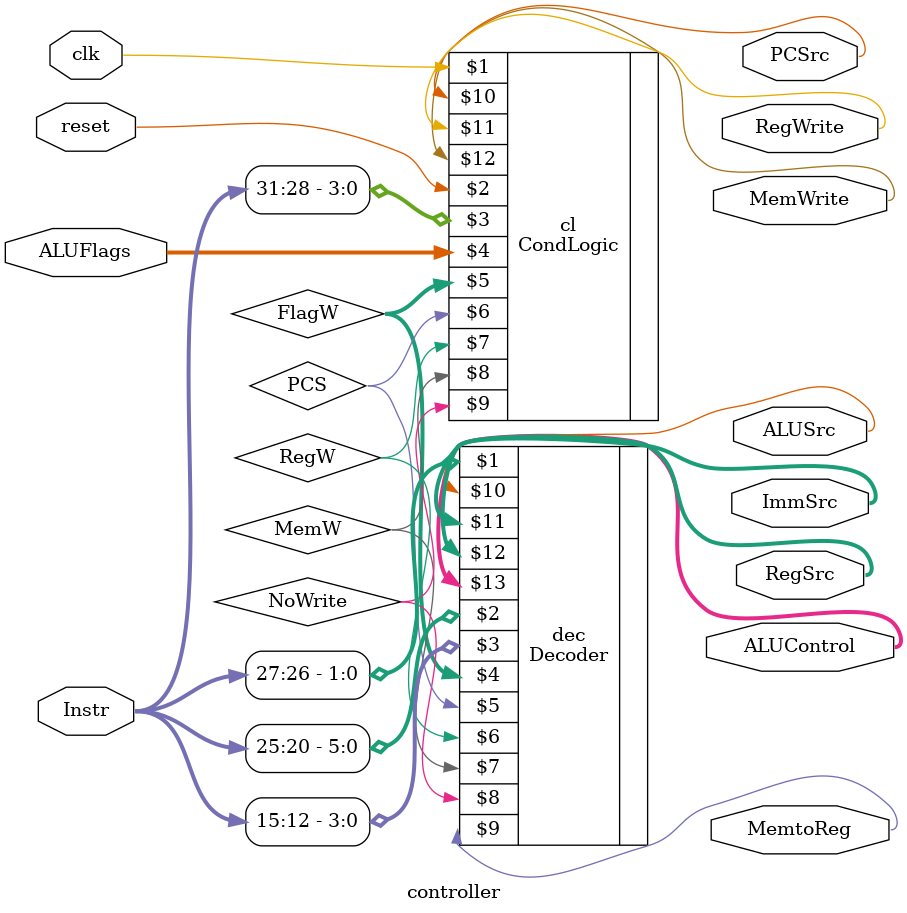
<source format=sv>
module controller (input logic clk, reset,
						 input logic [31:12] Instr,
						 input logic [3:0] ALUFlags,
						 output logic [1:0] RegSrc,
						 output logic RegWrite,
						 output logic [1:0] ImmSrc,
						 output logic ALUSrc,
						 output logic [1:0] ALUControl,
						 output logic MemWrite, MemtoReg,
						 output logic PCSrc);
						 

	logic [1:0] FlagW;
	logic PCS, RegW, MemW, NoWrite;

	Decoder dec(Instr[27:26], Instr[25:20], Instr[15:12],
					FlagW, PCS, RegW, MemW, NoWrite,
					MemtoReg, ALUSrc, ImmSrc, RegSrc, ALUControl);
	CondLogic cl(clk, reset, Instr[31:28], ALUFlags,
					 FlagW, PCS, RegW, MemW, NoWrite,
					 PCSrc, RegWrite, MemWrite);
					 
					 
					 
					 
endmodule

</source>
